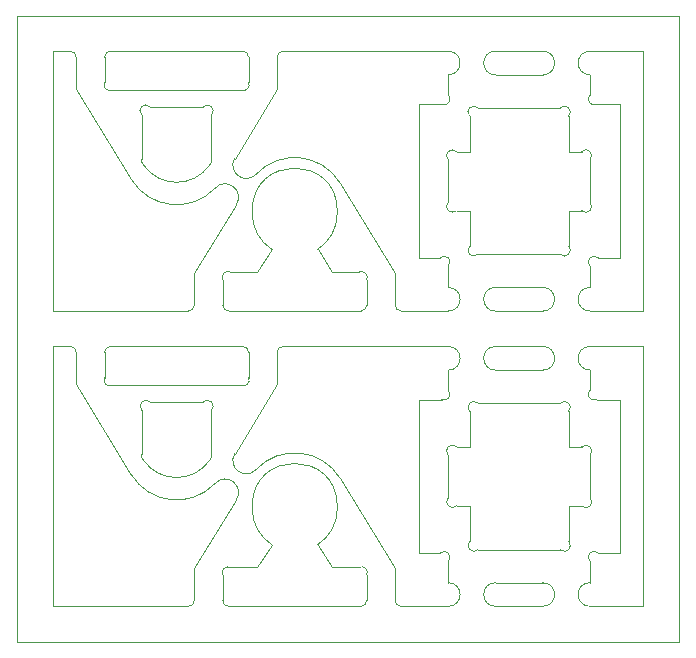
<source format=gbr>
%TF.GenerationSoftware,KiCad,Pcbnew,7.0.8*%
%TF.CreationDate,2024-04-23T11:22:23-04:00*%
%TF.ProjectId,keyboard-roller-encoder,6b657962-6f61-4726-942d-726f6c6c6572,rev?*%
%TF.SameCoordinates,Original*%
%TF.FileFunction,Profile,NP*%
%FSLAX46Y46*%
G04 Gerber Fmt 4.6, Leading zero omitted, Abs format (unit mm)*
G04 Created by KiCad (PCBNEW 7.0.8) date 2024-04-23 11:22:23*
%MOMM*%
%LPD*%
G01*
G04 APERTURE LIST*
%TA.AperFunction,Profile*%
%ADD10C,0.100000*%
%TD*%
G04 APERTURE END LIST*
D10*
X35411645Y-57090924D02*
G75*
G03*
X37199999Y-58446780I986985J-555516D01*
G01*
X35531417Y-61010988D02*
G75*
G03*
X33760000Y-59600000I-931403J648127D01*
G01*
X35531417Y-36010988D02*
G75*
G03*
X33760000Y-34600000I-931403J648127D01*
G01*
X35411644Y-32090924D02*
G75*
G03*
X37200000Y-33446781I986988J-555513D01*
G01*
X73000000Y-20000000D02*
X70000000Y-20000000D01*
X73000000Y-73000000D02*
X73000000Y-20000000D01*
X70000000Y-73000000D02*
X73000000Y-73000000D01*
X17000000Y-73000000D02*
X20000000Y-73000000D01*
X17000000Y-20000000D02*
X17000000Y-73000000D01*
X20000000Y-20000000D02*
X17000000Y-20000000D01*
X20000000Y-45000000D02*
X20000000Y-23000000D01*
X70000000Y-45000000D02*
X70000000Y-23000000D01*
X70000000Y-48000000D02*
X70000000Y-70000000D01*
X20000000Y-48000000D02*
X20000000Y-70000000D01*
X20000000Y-73000000D02*
X70000000Y-73000000D01*
X70000000Y-70000000D02*
X65500000Y-70000000D01*
X57500000Y-70000000D02*
X61500000Y-70000000D01*
X39500000Y-48000000D02*
X53500000Y-48000000D01*
X21500000Y-48000000D02*
X20000000Y-48000000D01*
X65500000Y-48000000D02*
X70000000Y-48000000D01*
X49500000Y-70000000D02*
X53500000Y-70000000D01*
X34900000Y-70000000D02*
X46100000Y-70000000D01*
X36100000Y-48000000D02*
X24900000Y-48000000D01*
X57500000Y-48000000D02*
X61500000Y-48000000D01*
X44100000Y-61500000D02*
X44100000Y-61750000D01*
X43685379Y-66700000D02*
X45935996Y-66700000D01*
X32000000Y-68000000D02*
X32000000Y-66800000D01*
X36900001Y-61750000D02*
G75*
G03*
X38555534Y-64779694I3600003J2D01*
G01*
X35531417Y-61010988D02*
X32000000Y-66800000D01*
X42444466Y-64779695D02*
G75*
G03*
X44100000Y-61750000I-1944570J3029752D01*
G01*
X49000000Y-66800000D02*
X44342594Y-59158105D01*
X35064003Y-66700001D02*
G75*
G03*
X34400000Y-67364004I-210418J-453585D01*
G01*
X38555534Y-64779695D02*
X37314621Y-66700000D01*
X34400000Y-68000000D02*
X34400000Y-67364004D01*
X44339001Y-59160295D02*
G75*
G03*
X37200000Y-58446781I-3839001J-2339705D01*
G01*
X42444466Y-64779695D02*
X43685379Y-66700000D01*
X49000000Y-68000000D02*
X49000000Y-66800000D01*
X44100000Y-61500000D02*
G75*
G03*
X36900000Y-61500000I-3600000J0D01*
G01*
X36900000Y-61750000D02*
X36900000Y-61500000D01*
X46600000Y-67364004D02*
X46600000Y-68000000D01*
X35064004Y-66700000D02*
X37314621Y-66700000D01*
X46599999Y-67364004D02*
G75*
G03*
X45935997Y-66700002I-453573J210429D01*
G01*
X31500000Y-70000000D02*
X20000000Y-70000000D01*
X35935996Y-51300000D02*
G75*
G03*
X36599999Y-50635997I210510J453493D01*
G01*
X24400000Y-50635997D02*
X24400000Y-50000000D01*
X33450000Y-53407107D02*
X33450000Y-57120670D01*
X27549999Y-57120670D02*
G75*
G03*
X27699838Y-57635740I479956J-139706D01*
G01*
X36600000Y-50000000D02*
X36600000Y-50635997D01*
X39000000Y-51200000D02*
X35411644Y-57090924D01*
X33300161Y-57635740D02*
G75*
G03*
X33450000Y-57120670I-330423J375453D01*
G01*
X28257107Y-52700000D02*
X32742893Y-52700000D01*
X22000000Y-50000000D02*
X22000000Y-51200000D01*
X26657406Y-58841896D02*
X22000000Y-51200000D01*
X33449999Y-53407107D02*
G75*
G03*
X32742893Y-52700001I-353553J353553D01*
G01*
X27699839Y-57635741D02*
G75*
G03*
X33300161Y-57635741I2800161J1945298D01*
G01*
X39000000Y-50000000D02*
X39000000Y-51200000D01*
X26658584Y-58841180D02*
G75*
G03*
X33760000Y-59600000I3841416J2341180D01*
G01*
X28257106Y-52700001D02*
G75*
G03*
X27550000Y-53407107I-353553J-353553D01*
G01*
X27550000Y-57120670D02*
X27550000Y-53407107D01*
X24400000Y-50635997D02*
G75*
G03*
X25064003Y-51300000I453614J-210389D01*
G01*
X35935996Y-51300000D02*
X25064004Y-51300000D01*
X53500000Y-60792893D02*
G75*
G03*
X54207106Y-61499999I353553J-353553D01*
G01*
X51000000Y-52500000D02*
X52935996Y-52500000D01*
X64792893Y-61500000D02*
X63684495Y-61500000D01*
X53500000Y-51692893D02*
X53500000Y-50000000D01*
X65499999Y-57207106D02*
G75*
G03*
X64792893Y-56500000I-353553J353553D01*
G01*
X51000000Y-65500000D02*
X51000000Y-52500000D01*
X53500000Y-60792893D02*
X53500000Y-57207106D01*
X55315504Y-64492893D02*
X55315504Y-61500000D01*
X55315505Y-64492893D02*
G75*
G03*
X56022611Y-65199999I353553J-353553D01*
G01*
X61500000Y-68000000D02*
X57500000Y-68000000D01*
X53499999Y-66207106D02*
G75*
G03*
X52792893Y-65500000I-353553J353553D01*
G01*
X63684494Y-53507106D02*
G75*
G03*
X62977388Y-52800000I-353553J353553D01*
G01*
X63684495Y-61500000D02*
X63684495Y-64492893D01*
X63684495Y-56500000D02*
X64792893Y-56500000D01*
X65500000Y-66207106D02*
X65500000Y-68000000D01*
X54207106Y-56500000D02*
G75*
G03*
X53500000Y-57207106I-353553J-353553D01*
G01*
X65500020Y-51692913D02*
G75*
G03*
X66064003Y-52499998I353480J-353587D01*
G01*
X62977388Y-65200000D02*
X56022611Y-65200000D01*
X66207106Y-65500000D02*
G75*
G03*
X65500000Y-66207106I-353553J-353553D01*
G01*
X65500000Y-51692893D02*
X65500000Y-50000000D01*
X68000000Y-52500000D02*
X66064003Y-52500000D01*
X63684495Y-53507106D02*
X63684495Y-56500000D01*
X54207106Y-56500000D02*
X55315504Y-56500000D01*
X55315504Y-61500000D02*
X54207106Y-61500000D01*
X68000000Y-52500000D02*
X68000000Y-65500000D01*
X65500000Y-57207106D02*
X65500000Y-60792893D01*
X62977388Y-52800000D02*
X56022611Y-52800000D01*
X51000000Y-65500000D02*
X52792893Y-65500000D01*
X53500000Y-66207106D02*
X53500000Y-68000000D01*
X57500000Y-50000000D02*
X61500000Y-50000000D01*
X55315504Y-56500000D02*
X55315504Y-53507106D01*
X64792893Y-61499999D02*
G75*
G03*
X65499999Y-60792893I353553J353553D01*
G01*
X62977388Y-65199999D02*
G75*
G03*
X63684494Y-64492893I353553J353553D01*
G01*
X56022611Y-52800000D02*
G75*
G03*
X55315505Y-53507106I-353553J-353553D01*
G01*
X52935996Y-52499999D02*
G75*
G03*
X53499999Y-51692893I210417J453576D01*
G01*
X66207106Y-65500000D02*
X68000000Y-65500000D01*
X70000000Y-45000000D02*
X65500000Y-45000000D01*
X31500000Y-45000000D02*
X20000000Y-45000000D01*
X20000000Y-20000000D02*
X70000000Y-20000000D01*
X21500000Y-23000000D02*
X20000000Y-23000000D01*
X65500000Y-23000000D02*
X70000000Y-23000000D01*
X57500000Y-45000000D02*
X61500000Y-45000000D01*
X49500000Y-45000000D02*
X53500000Y-45000000D01*
X34900000Y-45000000D02*
X46100000Y-45000000D01*
X36100000Y-23000000D02*
X24900000Y-23000000D01*
X57500000Y-23000000D02*
X61500000Y-23000000D01*
X39500000Y-23000000D02*
X53500000Y-23000000D01*
X35064004Y-41700000D02*
X37314621Y-41700000D01*
X35063975Y-41700061D02*
G75*
G03*
X34400001Y-42364004I-210449J-453515D01*
G01*
X34400000Y-43000000D02*
X34400000Y-42364004D01*
X46600000Y-42364004D02*
X46600000Y-43000000D01*
X46600001Y-42364004D02*
G75*
G03*
X45935997Y-41700002I-453575J210428D01*
G01*
X43685379Y-41700000D02*
X45935996Y-41700000D01*
X42444466Y-39779695D02*
X43685379Y-41700000D01*
X44100000Y-36500000D02*
G75*
G03*
X36900000Y-36500000I-3600000J0D01*
G01*
X38555534Y-39779695D02*
X37314621Y-41700000D01*
X44100000Y-36500000D02*
X44100000Y-36750000D01*
X36900000Y-36750000D02*
X36900000Y-36500000D01*
X36899992Y-36750000D02*
G75*
G03*
X38555534Y-39779695I3600034J24D01*
G01*
X42444449Y-39779668D02*
G75*
G03*
X44100000Y-36750000I-1944423J3029692D01*
G01*
X44338996Y-34160291D02*
G75*
G03*
X37200001Y-33446782I-3838996J-2339709D01*
G01*
X35531417Y-36010988D02*
X32000000Y-41800000D01*
X32000000Y-43000000D02*
X32000000Y-41800000D01*
X49000000Y-41800000D02*
X44342594Y-34158105D01*
X49000000Y-43000000D02*
X49000000Y-41800000D01*
X27550000Y-32120670D02*
X27550000Y-28407107D01*
X24400000Y-25635997D02*
X24400000Y-25000000D01*
X36600000Y-25000000D02*
X36600000Y-25635997D01*
X35935946Y-26300108D02*
G75*
G03*
X36599998Y-25635997I210450J453621D01*
G01*
X35935996Y-26300000D02*
X25064004Y-26300000D01*
X24400100Y-25636043D02*
G75*
G03*
X25064003Y-26300000I453496J-210444D01*
G01*
X28257106Y-27700001D02*
G75*
G03*
X27550000Y-28407107I-353553J-353553D01*
G01*
X33449999Y-28407107D02*
G75*
G03*
X32742893Y-27700001I-353553J353553D01*
G01*
X33450000Y-28407107D02*
X33450000Y-32120670D01*
X33300129Y-32635704D02*
G75*
G03*
X33449999Y-32120670I-330233J375417D01*
G01*
X27699839Y-32635741D02*
G75*
G03*
X33300161Y-32635741I2800161J1945298D01*
G01*
X27549952Y-32120656D02*
G75*
G03*
X27699838Y-32635740I480144J-139631D01*
G01*
X28257107Y-27700000D02*
X32742893Y-27700000D01*
X39000000Y-25000000D02*
X39000000Y-26200000D01*
X39000000Y-26200000D02*
X35411644Y-32090924D01*
X26658585Y-33841177D02*
G75*
G03*
X33759999Y-34599999I3841415J2341177D01*
G01*
X26657406Y-33841896D02*
X22000000Y-26200000D01*
X22000000Y-25000000D02*
X22000000Y-26200000D01*
X63684494Y-28507106D02*
G75*
G03*
X62977388Y-27800000I-353553J353553D01*
G01*
X62977388Y-27800000D02*
X56022611Y-27800000D01*
X56022611Y-27800000D02*
G75*
G03*
X55315505Y-28507106I-353553J-353553D01*
G01*
X55315504Y-31500000D02*
X55315504Y-28507106D01*
X54207106Y-31500000D02*
X55315504Y-31500000D01*
X55315504Y-36500000D02*
X54207106Y-36500000D01*
X55315504Y-39492893D02*
X55315504Y-36500000D01*
X55315505Y-39492893D02*
G75*
G03*
X56022611Y-40199999I353553J-353553D01*
G01*
X62977388Y-40200000D02*
X56022611Y-40200000D01*
X62977388Y-40199999D02*
G75*
G03*
X63684494Y-39492893I353553J353553D01*
G01*
X63684495Y-36500000D02*
X63684495Y-39492893D01*
X63684495Y-28507106D02*
X63684495Y-31500000D01*
X53499999Y-41207106D02*
G75*
G03*
X52792893Y-40500000I-353553J353553D01*
G01*
X51000000Y-40500000D02*
X52792893Y-40500000D01*
X68000000Y-27500000D02*
X68000000Y-40500000D01*
X66207106Y-40500000D02*
X68000000Y-40500000D01*
X66207106Y-40500000D02*
G75*
G03*
X65500000Y-41207106I-353553J-353553D01*
G01*
X51000000Y-40500000D02*
X51000000Y-27500000D01*
X57500000Y-25000000D02*
X61500000Y-25000000D01*
X61500000Y-43000000D02*
X57500000Y-43000000D01*
X54207106Y-31500000D02*
G75*
G03*
X53500000Y-32207106I-353553J-353553D01*
G01*
X53500000Y-35792893D02*
G75*
G03*
X54207106Y-36499999I353553J-353553D01*
G01*
X65499945Y-26692838D02*
G75*
G03*
X66064003Y-27499998I353571J-353585D01*
G01*
X68000000Y-27500000D02*
X66064003Y-27500000D01*
X51000000Y-27500000D02*
X52935996Y-27500000D01*
X52935998Y-27499996D02*
G75*
G03*
X53499999Y-26692893I210418J453573D01*
G01*
X64792893Y-36499999D02*
G75*
G03*
X65499999Y-35792893I353553J353553D01*
G01*
X65499999Y-32207106D02*
G75*
G03*
X64792893Y-31500000I-353553J353553D01*
G01*
X53500000Y-35792893D02*
X53500000Y-32207106D01*
X65500000Y-26692893D02*
X65500000Y-25000000D01*
X65500000Y-41207106D02*
X65500000Y-43000000D01*
X65500000Y-32207106D02*
X65500000Y-35792893D01*
X64792893Y-36500000D02*
X63684495Y-36500000D01*
X63684495Y-31500000D02*
X64792893Y-31500000D01*
X53500000Y-41207106D02*
X53500000Y-43000000D01*
X53500000Y-26692893D02*
X53500000Y-25000000D01*
%TO.C,mouse-bite-2mm-slot*%
X22000000Y-50000000D02*
X22000000Y-48500000D01*
X24400000Y-50000000D02*
X24400000Y-48500000D01*
X22000000Y-48500000D02*
G75*
G03*
X21500000Y-48000000I-500001J-1D01*
G01*
X24900000Y-48000000D02*
G75*
G03*
X24400000Y-48500000I0J-500000D01*
G01*
X49000000Y-68000000D02*
X49000000Y-69500000D01*
X46600000Y-68000000D02*
X46600000Y-69500000D01*
X49000000Y-69500000D02*
G75*
G03*
X49500000Y-70000000I500001J1D01*
G01*
X46100000Y-70000000D02*
G75*
G03*
X46600000Y-69500000I0J500000D01*
G01*
X34400000Y-68000000D02*
X34400000Y-69500000D01*
X32000000Y-68000000D02*
X32000000Y-69500000D01*
X34400000Y-69500000D02*
G75*
G03*
X34900000Y-70000000I500001J1D01*
G01*
X31500000Y-70000000D02*
G75*
G03*
X32000000Y-69500000I0J500000D01*
G01*
X36600000Y-50000000D02*
X36600000Y-48500000D01*
X39000000Y-50000000D02*
X39000000Y-48500000D01*
X36600000Y-48500000D02*
G75*
G03*
X36100000Y-48000000I-500001J-1D01*
G01*
X39500000Y-48000000D02*
G75*
G03*
X39000000Y-48500000I0J-500000D01*
G01*
X53500000Y-70000000D02*
G75*
G03*
X53500000Y-68000000I0J1000000D01*
G01*
X57500000Y-68000000D02*
G75*
G03*
X57500000Y-70000000I0J-1000000D01*
G01*
X65500000Y-48000000D02*
G75*
G03*
X65500000Y-50000000I0J-1000000D01*
G01*
X61500000Y-50000000D02*
G75*
G03*
X61500000Y-48000000I0J1000000D01*
G01*
X57500000Y-48000000D02*
G75*
G03*
X57500000Y-50000000I0J-1000000D01*
G01*
X53500000Y-50000000D02*
G75*
G03*
X53500000Y-48000000I0J1000000D01*
G01*
X61500000Y-70000000D02*
G75*
G03*
X61500000Y-68000000I0J1000000D01*
G01*
X65500000Y-68000000D02*
G75*
G03*
X65500000Y-70000000I0J-1000000D01*
G01*
X31500000Y-45000000D02*
G75*
G03*
X32000000Y-44500000I0J500000D01*
G01*
X34400000Y-44500000D02*
G75*
G03*
X34900000Y-45000000I500001J1D01*
G01*
X32000000Y-43000000D02*
X32000000Y-44500000D01*
X34400000Y-43000000D02*
X34400000Y-44500000D01*
X46100000Y-45000000D02*
G75*
G03*
X46600000Y-44500000I0J500000D01*
G01*
X49000000Y-44500000D02*
G75*
G03*
X49500000Y-45000000I500001J1D01*
G01*
X46600000Y-43000000D02*
X46600000Y-44500000D01*
X49000000Y-43000000D02*
X49000000Y-44500000D01*
X24900000Y-23000000D02*
G75*
G03*
X24400000Y-23500000I0J-500000D01*
G01*
X22000000Y-23500000D02*
G75*
G03*
X21500000Y-23000000I-500001J-1D01*
G01*
X24400000Y-25000000D02*
X24400000Y-23500000D01*
X22000000Y-25000000D02*
X22000000Y-23500000D01*
X39500000Y-23000000D02*
G75*
G03*
X39000000Y-23500000I0J-500000D01*
G01*
X36600000Y-23500000D02*
G75*
G03*
X36100000Y-23000000I-500001J-1D01*
G01*
X39000000Y-25000000D02*
X39000000Y-23500000D01*
X36600000Y-25000000D02*
X36600000Y-23500000D01*
X65500000Y-43000000D02*
G75*
G03*
X65500000Y-45000000I0J-1000000D01*
G01*
X61500000Y-45000000D02*
G75*
G03*
X61500000Y-43000000I0J1000000D01*
G01*
X57500000Y-43000000D02*
G75*
G03*
X57500000Y-45000000I0J-1000000D01*
G01*
X53500000Y-45000000D02*
G75*
G03*
X53500000Y-43000000I0J1000000D01*
G01*
X61500000Y-25000000D02*
G75*
G03*
X61500000Y-23000000I0J1000000D01*
G01*
X65500000Y-23000000D02*
G75*
G03*
X65500000Y-25000000I0J-1000000D01*
G01*
X53500000Y-25000000D02*
G75*
G03*
X53500000Y-23000000I0J1000000D01*
G01*
X57500000Y-23000000D02*
G75*
G03*
X57500000Y-25000000I0J-1000000D01*
G01*
%TD*%
M02*

</source>
